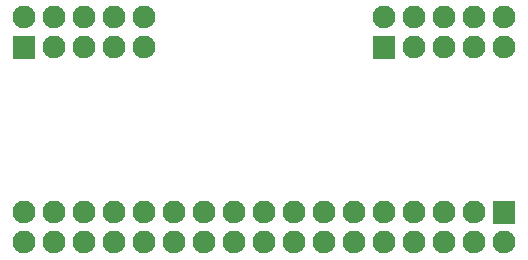
<source format=gbr>
G04 start of page 6 for group -4063 idx -4063 *
G04 Title: (unknown), componentmask *
G04 Creator: pcb 20140316 *
G04 CreationDate: Wed 08 Jan 2020 09:12:33 PM GMT UTC *
G04 For: thomasc *
G04 Format: Gerber/RS-274X *
G04 PCB-Dimensions (mil): 2000.00 1000.00 *
G04 PCB-Coordinate-Origin: lower left *
%MOIN*%
%FSLAX25Y25*%
%LNTOPMASK*%
%ADD26C,0.0001*%
%ADD25C,0.0760*%
G54D25*X30000Y12500D03*
Y22500D03*
X20000Y12500D03*
Y22500D03*
X180000Y12500D03*
G54D26*G36*
X176200Y26300D02*Y18700D01*
X183800D01*
Y26300D01*
X176200D01*
G37*
G54D25*X170000Y12500D03*
X160000D03*
X170000Y22500D03*
X160000D03*
X90000Y12500D03*
Y22500D03*
X80000Y12500D03*
X70000D03*
X60000D03*
X50000D03*
X80000Y22500D03*
X70000D03*
X60000D03*
X50000D03*
X40000Y12500D03*
Y22500D03*
X150000Y12500D03*
Y22500D03*
X140000D03*
X130000D03*
X120000D03*
X140000Y12500D03*
X130000D03*
X120000D03*
X110000D03*
Y22500D03*
X100000Y12500D03*
Y22500D03*
X140000Y87500D03*
X150000D03*
X160000D03*
G54D26*G36*
X136200Y81300D02*Y73700D01*
X143800D01*
Y81300D01*
X136200D01*
G37*
G54D25*X150000Y77500D03*
X160000D03*
X170000Y87500D03*
Y77500D03*
X180000Y87500D03*
Y77500D03*
X40000Y87500D03*
Y77500D03*
X20000Y87500D03*
G54D26*G36*
X16200Y81300D02*Y73700D01*
X23800D01*
Y81300D01*
X16200D01*
G37*
G54D25*X30000Y87500D03*
Y77500D03*
X50000Y87500D03*
Y77500D03*
X60000Y87500D03*
Y77500D03*
M02*

</source>
